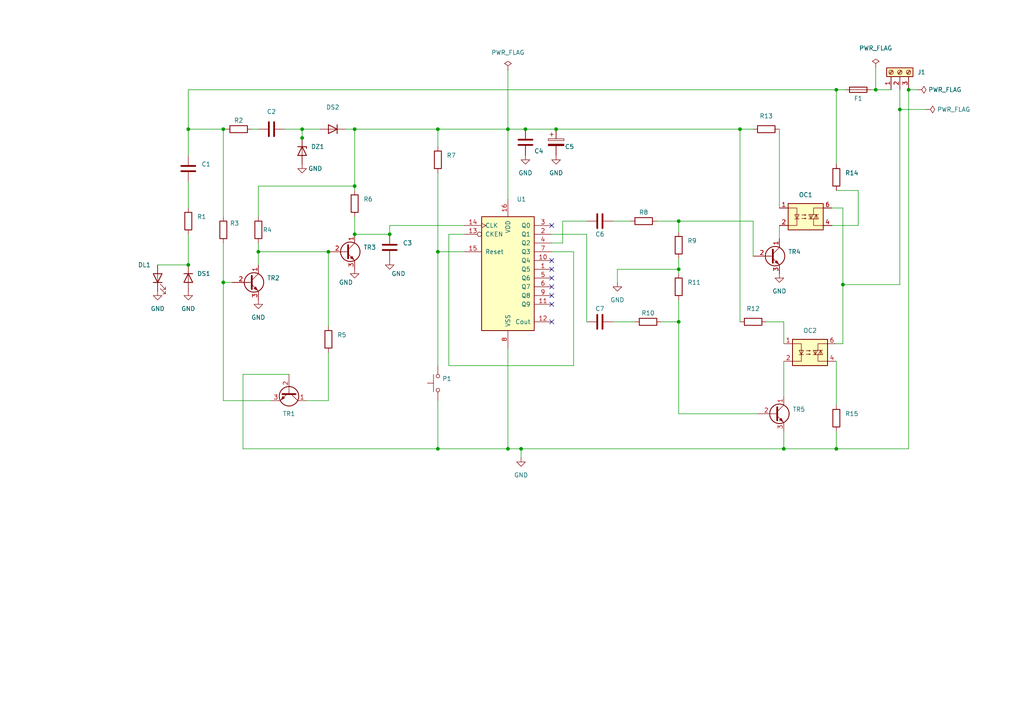
<source format=kicad_sch>
(kicad_sch (version 20211123) (generator eeschema)
  (paper "A4")
  (lib_symbols
    (symbol "4xxx:4017" (pin_names (offset 1.016))
      (property "Reference" "U" (at -7.62 16.51 0))
      (property "Value" "4017" (at -7.62 -19.05 0))
      (symbol "4017_1_0"
        (pin output line (at 12.7 0 180) (length 5.08) (name "Q5") (number "1"))
        (pin output line (at 12.7 2.54 180) (length 5.08) (name "Q4") (number "10"))
        (pin output line (at 12.7 -10.16 180) (length 5.08) (name "Q9") (number "11"))
        (pin output line (at 12.7 -15.24 180) (length 5.08) (name "Cout") (number "12"))
        (pin input inverted (at -12.7 10.16 0) (length 5.08) (name "CKEN") (number "13"))
        (pin input clock (at -12.7 12.7 0) (length 5.08) (name "CLK") (number "14"))
        (pin input line (at -12.7 5.08 0) (length 5.08) (name "Reset") (number "15"))
        (pin power_in line (at 0 20.32 270) (length 5.08) (name "VDD") (number "16"))
        (pin output line (at 12.7 10.16 180) (length 5.08) (name "Q1") (number "2"))
        (pin output line (at 12.7 12.7 180) (length 5.08) (name "Q0") (number "3"))
        (pin output line (at 12.7 7.62 180) (length 5.08) (name "Q2") (number "4"))
        (pin output line (at 12.7 -2.54 180) (length 5.08) (name "Q6") (number "5"))
        (pin output line (at 12.7 -5.08 180) (length 5.08) (name "Q7") (number "6"))
        (pin output line (at 12.7 5.08 180) (length 5.08) (name "Q3") (number "7"))
        (pin power_in line (at 0 -22.86 90) (length 5.08) (name "VSS") (number "8"))
        (pin output line (at 12.7 -7.62 180) (length 5.08) (name "Q8") (number "9"))
      )
      (symbol "4017_1_1"
        (rectangle (start -7.62 15.24) (end 7.62 -17.78) (stroke (width 0.254)) (fill (type background)))
      )
    )
    (symbol "Connector:Screw_Terminal_01x03" (pin_names (offset 1.016) hide)
      (property "Reference" "J" (at 0 5.08 0))
      (property "Value" "Screw_Terminal_01x03" (at 0 -5.08 0))
      (symbol "Screw_Terminal_01x03_1_1"
        (rectangle (start -1.27 3.81) (end 1.27 -3.81) (stroke (width 0.254)) (fill (type background)))
        (circle (center 0 -2.54) (radius 0.635) (stroke (width 0.1524)))
        (polyline (pts (xy -0.5334 -2.2098) (xy 0.3302 -3.048)) (stroke (width 0.1524)))
        (polyline (pts (xy -0.5334 0.3302) (xy 0.3302 -0.508)) (stroke (width 0.1524)))
        (polyline (pts (xy -0.5334 2.8702) (xy 0.3302 2.032)) (stroke (width 0.1524)))
        (polyline (pts (xy -0.3556 -2.032) (xy 0.508 -2.8702)) (stroke (width 0.1524)))
        (polyline (pts (xy -0.3556 0.508) (xy 0.508 -0.3302)) (stroke (width 0.1524)))
        (polyline (pts (xy -0.3556 3.048) (xy 0.508 2.2098)) (stroke (width 0.1524)))
        (circle (center 0 0) (radius 0.635) (stroke (width 0.1524)))
        (circle (center 0 2.54) (radius 0.635) (stroke (width 0.1524)))
        (pin passive line (at -5.08 2.54 0) (length 3.81) (name "Pin_1") (number "1"))
        (pin passive line (at -5.08 0 0) (length 3.81) (name "Pin_2") (number "2"))
        (pin passive line (at -5.08 -2.54 0) (length 3.81) (name "Pin_3") (number "3"))
      )
    )
    (symbol "Device:C" (pin_numbers hide) (pin_names (offset 0.254))
      (property "Reference" "C" (at 0.635 2.54 0))
      (property "Value" "C" (at 0.635 -2.54 0))
      (symbol "C_0_1"
        (polyline (pts (xy -2.032 -0.762) (xy 2.032 -0.762)) (stroke (width 0.508)))
        (polyline (pts (xy -2.032 0.762) (xy 2.032 0.762)) (stroke (width 0.508)))
      )
      (symbol "C_1_1"
        (pin passive line (at 0 3.81 270) (length 2.794) (name "~") (number "1"))
        (pin passive line (at 0 -3.81 90) (length 2.794) (name "~") (number "2"))
      )
    )
    (symbol "Device:C_Polarized" (pin_numbers hide) (pin_names (offset 0.254))
      (property "Reference" "C" (at 0.635 2.54 0))
      (property "Value" "C_Polarized" (at 0.635 -2.54 0))
      (symbol "C_Polarized_0_1"
        (rectangle (start -2.286 0.508) (end 2.286 1.016))
        (polyline (pts (xy -1.778 2.286) (xy -0.762 2.286)))
        (polyline (pts (xy -1.27 2.794) (xy -1.27 1.778)))
        (rectangle (start 2.286 -0.508) (end -2.286 -1.016) (fill (type outline)))
      )
      (symbol "C_Polarized_1_1"
        (pin passive line (at 0 3.81 270) (length 2.794) (name "~") (number "1"))
        (pin passive line (at 0 -3.81 90) (length 2.794) (name "~") (number "2"))
      )
    )
    (symbol "Device:D_Zener" (pin_numbers hide) (pin_names (offset 1.016) hide)
      (property "Reference" "D" (at 0 2.54 0))
      (property "Value" "D_Zener" (at 0 -2.54 0))
      (symbol "D_Zener_0_1"
        (polyline (pts (xy 1.27 0) (xy -1.27 0)))
        (polyline (pts (xy -1.27 -1.27) (xy -1.27 1.27) (xy -0.762 1.27)) (stroke (width 0.254)))
        (polyline (pts (xy 1.27 -1.27) (xy 1.27 1.27) (xy -1.27 0) (xy 1.27 -1.27)) (stroke (width 0.254)))
      )
      (symbol "D_Zener_1_1"
        (pin passive line (at -3.81 0 0) (length 2.54) (name "K") (number "1"))
        (pin passive line (at 3.81 0 180) (length 2.54) (name "A") (number "2"))
      )
    )
    (symbol "Device:Fuse" (pin_numbers hide) (pin_names (offset 0))
      (property "Reference" "F" (at 2.032 0 90))
      (property "Value" "Fuse" (at -1.905 0 90))
      (symbol "Fuse_0_1"
        (rectangle (start -0.762 -2.54) (end 0.762 2.54) (stroke (width 0.254)))
        (polyline (pts (xy 0 2.54) (xy 0 -2.54)))
      )
      (symbol "Fuse_1_1"
        (pin passive line (at 0 3.81 270) (length 1.27) (name "~") (number "1"))
        (pin passive line (at 0 -3.81 90) (length 1.27) (name "~") (number "2"))
      )
    )
    (symbol "Device:LED" (pin_numbers hide) (pin_names (offset 1.016) hide)
      (property "Reference" "D" (at 0 2.54 0))
      (property "Value" "LED" (at 0 -2.54 0))
      (symbol "LED_0_1"
        (polyline (pts (xy -1.27 -1.27) (xy -1.27 1.27)) (stroke (width 0.254)))
        (polyline (pts (xy -1.27 0) (xy 1.27 0)))
        (polyline (pts (xy 1.27 -1.27) (xy 1.27 1.27) (xy -1.27 0) (xy 1.27 -1.27)) (stroke (width 0.254)))
        (polyline (pts (xy -3.048 -0.762) (xy -4.572 -2.286) (xy -3.81 -2.286) (xy -4.572 -2.286) (xy -4.572 -1.524)))
        (polyline (pts (xy -1.778 -0.762) (xy -3.302 -2.286) (xy -2.54 -2.286) (xy -3.302 -2.286) (xy -3.302 -1.524)))
      )
      (symbol "LED_1_1"
        (pin passive line (at -3.81 0 0) (length 2.54) (name "K") (number "1"))
        (pin passive line (at 3.81 0 180) (length 2.54) (name "A") (number "2"))
      )
    )
    (symbol "Device:R" (pin_numbers hide) (pin_names (offset 0))
      (property "Reference" "R" (at 2.032 0 90))
      (property "Value" "R" (at 0 0 90))
      (symbol "R_0_1"
        (rectangle (start -1.016 -2.54) (end 1.016 2.54) (stroke (width 0.254)))
      )
      (symbol "R_1_1"
        (pin passive line (at 0 3.81 270) (length 1.27) (name "~") (number "1"))
        (pin passive line (at 0 -3.81 90) (length 1.27) (name "~") (number "2"))
      )
    )
    (symbol "Diode:1N4007" (pin_numbers hide) (pin_names (offset 1.016) hide)
      (property "Reference" "D" (at 0 2.54 0))
      (property "Value" "1N4007" (at 0 -2.54 0))
      (symbol "1N4007_0_1"
        (polyline (pts (xy -1.27 1.27) (xy -1.27 -1.27)) (stroke (width 0.254)))
        (polyline (pts (xy 1.27 0) (xy -1.27 0)))
        (polyline (pts (xy 1.27 1.27) (xy 1.27 -1.27) (xy -1.27 0) (xy 1.27 1.27)) (stroke (width 0.254)))
      )
      (symbol "1N4007_1_1"
        (pin passive line (at -3.81 0 0) (length 2.54) (name "K") (number "1"))
        (pin passive line (at 3.81 0 180) (length 2.54) (name "A") (number "2"))
      )
    )
    (symbol "Relay_SolidState:MOC3020M"
      (property "Reference" "U" (at -5.334 4.826 0))
      (property "Value" "MOC3020M" (at 0 5.08 0))
      (symbol "MOC3020M_0_1"
        (rectangle (start -5.08 3.81) (end 5.08 -3.81) (stroke (width 0.254)) (fill (type background)))
        (polyline (pts (xy -3.175 -0.635) (xy -1.905 -0.635)))
        (polyline (pts (xy 1.524 -0.635) (xy 1.524 0.635)))
        (polyline (pts (xy 3.048 0.635) (xy 3.048 -0.635)))
        (polyline (pts (xy 2.286 -0.635) (xy 2.286 -2.54) (xy 5.08 -2.54)))
        (polyline (pts (xy 2.286 0.635) (xy 2.286 2.54) (xy 5.08 2.54)))
        (polyline (pts (xy -5.08 2.54) (xy -2.54 2.54) (xy -2.54 -2.54) (xy -5.08 -2.54)))
        (polyline (pts (xy -2.54 -0.635) (xy -3.175 0.635) (xy -1.905 0.635) (xy -2.54 -0.635)))
        (polyline (pts (xy 0.889 -0.635) (xy 3.683 -0.635) (xy 3.048 0.635) (xy 2.413 -0.635)))
        (polyline (pts (xy 3.683 0.635) (xy 0.889 0.635) (xy 1.524 -0.635) (xy 2.159 0.635)))
        (polyline (pts (xy -1.143 -0.508) (xy 0.127 -0.508) (xy -0.254 -0.635) (xy -0.254 -0.381) (xy 0.127 -0.508)))
        (polyline (pts (xy -1.143 0.508) (xy 0.127 0.508) (xy -0.254 0.381) (xy -0.254 0.635) (xy 0.127 0.508)))
      )
      (symbol "MOC3020M_1_1"
        (pin passive line (at -7.62 2.54 0) (length 2.54) (name "~") (number "1"))
        (pin passive line (at -7.62 -2.54 0) (length 2.54) (name "~") (number "2"))
        (pin no_connect line (at -5.08 0 0) (length 2.54) hide (name "NC") (number "3"))
        (pin passive line (at 7.62 -2.54 180) (length 2.54) (name "~") (number "4"))
        (pin no_connect line (at 5.08 0 180) (length 2.54) hide (name "NC") (number "5"))
        (pin passive line (at 7.62 2.54 180) (length 2.54) (name "~") (number "6"))
      )
    )
    (symbol "Switch:SW_Push" (pin_numbers hide) (pin_names (offset 1.016) hide)
      (property "Reference" "SW" (at 1.27 2.54 0))
      (property "Value" "SW_Push" (at 0 -1.524 0))
      (symbol "SW_Push_0_1"
        (circle (center -2.032 0) (radius 0.508))
        (polyline (pts (xy 0 1.27) (xy 0 3.048)))
        (polyline (pts (xy 2.54 1.27) (xy -2.54 1.27)))
        (circle (center 2.032 0) (radius 0.508))
        (pin passive line (at -5.08 0 0) (length 2.54) (name "1") (number "1"))
        (pin passive line (at 5.08 0 180) (length 2.54) (name "2") (number "2"))
      )
    )
    (symbol "Transistor_BJT:BC547" (pin_names (offset 0) hide)
      (property "Reference" "Q" (at 5.08 1.905 0))
      (property "Value" "BC547" (at 5.08 0 0))
      (symbol "BC547_0_1"
        (polyline (pts (xy 0 0) (xy 0.635 0)))
        (polyline (pts (xy 0.635 0.635) (xy 2.54 2.54)))
        (polyline (pts (xy 0.635 -0.635) (xy 2.54 -2.54) (xy 2.54 -2.54)))
        (polyline (pts (xy 0.635 1.905) (xy 0.635 -1.905) (xy 0.635 -1.905)) (stroke (width 0.508)))
        (polyline (pts (xy 1.27 -1.778) (xy 1.778 -1.27) (xy 2.286 -2.286) (xy 1.27 -1.778) (xy 1.27 -1.778)) (fill (type outline)))
        (circle (center 1.27 0) (radius 2.8194) (stroke (width 0.254)))
      )
      (symbol "BC547_1_1"
        (pin passive line (at 2.54 5.08 270) (length 2.54) (name "C") (number "1"))
        (pin input line (at -5.08 0 0) (length 5.08) (name "B") (number "2"))
        (pin passive line (at 2.54 -5.08 90) (length 2.54) (name "E") (number "3"))
      )
    )
    (symbol "power:GND" (power) (pin_names (offset 0))
      (property "Value" "GND" (at 0 -3.81 0))
      (symbol "GND_0_1"
        (polyline (pts (xy 0 0) (xy 0 -1.27) (xy 1.27 -1.27) (xy 0 -2.54) (xy -1.27 -1.27) (xy 0 -1.27)))
      )
      (symbol "GND_1_1"
        (pin power_in line (at 0 0 270) (length 0) hide (name "GND") (number "1"))
      )
    )
    (symbol "power:PWR_FLAG" (power) (pin_numbers hide) (pin_names (offset 0) hide)
      (property "Value" "PWR_FLAG" (at 0 3.81 0))
      (symbol "PWR_FLAG_0_0"
        (pin power_out line (at 0 0 90) (length 0) (name "pwr") (number "1"))
      )
      (symbol "PWR_FLAG_0_1"
        (polyline (pts (xy 0 0) (xy 0 1.27) (xy -1.016 1.905) (xy 0 2.54) (xy 1.016 1.905) (xy 0 1.27)))
      )
    )
  )
  (junction (at 161.29 37.465))
  (junction (at 102.87 53.975))
  (junction (at 127 73.025))
  (junction (at 64.77 37.465))
  (junction (at 214.63 37.465))
  (junction (at 227.33 130.175))
  (junction (at 87.63 40.005))
  (junction (at 127 130.175))
  (junction (at 242.57 130.175))
  (junction (at 54.61 37.465))
  (junction (at 74.93 73.025))
  (junction (at 113.03 67.945))
  (junction (at 54.61 76.835))
  (junction (at 242.57 26.035))
  (junction (at 64.77 81.915))
  (junction (at 196.85 64.135))
  (junction (at 102.87 37.465))
  (junction (at 147.32 37.465))
  (junction (at 196.85 78.105))
  (junction (at 147.32 130.175))
  (junction (at 260.985 31.75))
  (junction (at 196.85 93.345))
  (junction (at 244.475 82.55))
  (junction (at 127 37.465))
  (junction (at 102.87 67.945))
  (junction (at 151.13 130.175))
  (junction (at 95.25 73.025))
  (junction (at 87.63 37.465))
  (junction (at 263.525 26.035))
  (junction (at 152.4 37.465))
  (junction (at 254 26.035))
  (no_connect (at 160.02 80.645))
  (no_connect (at 160.02 65.405))
  (no_connect (at 160.02 93.345))
  (no_connect (at 160.02 83.185))
  (no_connect (at 160.02 78.105))
  (no_connect (at 160.02 88.265))
  (no_connect (at 160.02 85.725))
  (no_connect (at 160.02 75.565))
  (wire (pts (xy 45.72 76.835) (xy 54.61 76.835)))
  (wire (pts (xy 82.55 37.465) (xy 87.63 37.465)))
  (wire (pts (xy 227.33 130.175) (xy 151.13 130.175)))
  (wire (pts (xy 177.8 64.135) (xy 182.88 64.135)))
  (wire (pts (xy 248.92 55.245) (xy 248.92 65.405)))
  (wire (pts (xy 160.02 70.485) (xy 163.195 70.485)))
  (wire (pts (xy 130.175 106.045) (xy 130.175 67.945)))
  (wire (pts (xy 87.63 40.005) (xy 87.63 40.132)))
  (wire (pts (xy 254 26.035) (xy 258.445 26.035)))
  (wire (pts (xy 70.485 108.585) (xy 83.82 108.585)))
  (wire (pts (xy 160.02 73.025) (xy 166.37 73.025)))
  (wire (pts (xy 102.87 53.975) (xy 102.87 37.465)))
  (wire (pts (xy 54.61 37.465) (xy 64.77 37.465)))
  (wire (pts (xy 74.93 73.025) (xy 95.25 73.025)))
  (wire (pts (xy 147.32 130.175) (xy 127 130.175)))
  (wire (pts (xy 74.93 73.025) (xy 74.93 76.835)))
  (wire (pts (xy 166.37 106.045) (xy 130.175 106.045)))
  (wire (pts (xy 160.02 67.945) (xy 170.18 67.945)))
  (wire (pts (xy 260.985 26.035) (xy 260.985 31.75)))
  (wire (pts (xy 227.33 125.095) (xy 227.33 130.175)))
  (wire (pts (xy 134.62 73.025) (xy 127 73.025)))
  (wire (pts (xy 218.44 64.135) (xy 196.85 64.135)))
  (wire (pts (xy 227.33 93.345) (xy 227.33 99.695)))
  (wire (pts (xy 64.77 116.205) (xy 64.77 81.915)))
  (wire (pts (xy 88.9 116.205) (xy 95.25 116.205)))
  (wire (pts (xy 242.57 104.775) (xy 242.57 117.475)))
  (wire (pts (xy 196.85 78.105) (xy 196.85 79.375)))
  (wire (pts (xy 263.525 26.035) (xy 263.525 130.175)))
  (wire (pts (xy 95.25 94.615) (xy 95.25 73.025)))
  (wire (pts (xy 242.57 26.035) (xy 245.11 26.035)))
  (wire (pts (xy 54.61 26.035) (xy 54.61 37.465)))
  (wire (pts (xy 113.03 65.405) (xy 113.03 67.945)))
  (wire (pts (xy 152.4 37.465) (xy 161.29 37.465)))
  (wire (pts (xy 54.61 45.085) (xy 54.61 37.465)))
  (wire (pts (xy 127 50.165) (xy 127 73.025)))
  (wire (pts (xy 87.63 37.465) (xy 87.63 40.005)))
  (wire (pts (xy 64.77 37.465) (xy 64.77 62.865)))
  (wire (pts (xy 74.93 53.975) (xy 102.87 53.975)))
  (wire (pts (xy 260.985 82.55) (xy 244.475 82.55)))
  (wire (pts (xy 244.475 82.55) (xy 244.475 99.695)))
  (wire (pts (xy 219.71 120.015) (xy 196.85 120.015)))
  (wire (pts (xy 127 73.025) (xy 127 106.045)))
  (wire (pts (xy 163.195 70.485) (xy 163.195 64.135)))
  (wire (pts (xy 147.32 20.32) (xy 147.32 37.465)))
  (wire (pts (xy 64.77 37.465) (xy 65.405 37.465)))
  (wire (pts (xy 241.3 60.325) (xy 244.475 60.325)))
  (wire (pts (xy 242.57 47.625) (xy 242.57 26.035)))
  (wire (pts (xy 252.73 26.035) (xy 254 26.035)))
  (wire (pts (xy 151.13 130.175) (xy 147.32 130.175)))
  (wire (pts (xy 268.605 31.75) (xy 260.985 31.75)))
  (wire (pts (xy 64.77 70.485) (xy 64.77 81.915)))
  (wire (pts (xy 196.85 64.135) (xy 196.85 67.31)))
  (wire (pts (xy 95.25 116.205) (xy 95.25 102.235)))
  (wire (pts (xy 218.44 37.465) (xy 214.63 37.465)))
  (wire (pts (xy 134.62 65.405) (xy 113.03 65.405)))
  (wire (pts (xy 70.485 130.175) (xy 70.485 108.585)))
  (wire (pts (xy 242.57 55.245) (xy 248.92 55.245)))
  (wire (pts (xy 214.63 93.345) (xy 214.63 37.465)))
  (wire (pts (xy 177.8 93.345) (xy 184.15 93.345)))
  (wire (pts (xy 263.525 130.175) (xy 242.57 130.175)))
  (wire (pts (xy 190.5 64.135) (xy 196.85 64.135)))
  (wire (pts (xy 127 42.545) (xy 127 37.465)))
  (wire (pts (xy 179.07 78.105) (xy 196.85 78.105)))
  (wire (pts (xy 127 37.465) (xy 102.87 37.465)))
  (wire (pts (xy 222.25 93.345) (xy 227.33 93.345)))
  (wire (pts (xy 113.03 67.945) (xy 102.87 67.945)))
  (wire (pts (xy 191.77 93.345) (xy 196.85 93.345)))
  (wire (pts (xy 218.44 74.295) (xy 218.44 64.135)))
  (wire (pts (xy 147.32 37.465) (xy 147.32 57.785)))
  (wire (pts (xy 87.63 37.465) (xy 92.71 37.465)))
  (wire (pts (xy 170.18 67.945) (xy 170.18 93.345)))
  (wire (pts (xy 166.37 73.025) (xy 166.37 106.045)))
  (wire (pts (xy 227.33 104.775) (xy 227.33 114.935)))
  (wire (pts (xy 127 130.175) (xy 70.485 130.175)))
  (wire (pts (xy 78.74 116.205) (xy 64.77 116.205)))
  (wire (pts (xy 73.025 37.465) (xy 74.93 37.465)))
  (wire (pts (xy 102.87 55.245) (xy 102.87 53.975)))
  (wire (pts (xy 179.07 81.915) (xy 179.07 78.105)))
  (wire (pts (xy 74.93 70.485) (xy 74.93 73.025)))
  (wire (pts (xy 226.06 65.405) (xy 226.06 69.215)))
  (wire (pts (xy 64.77 81.915) (xy 67.31 81.915)))
  (wire (pts (xy 254 19.685) (xy 254 26.035)))
  (wire (pts (xy 248.92 65.405) (xy 241.3 65.405)))
  (wire (pts (xy 266.065 26.035) (xy 263.525 26.035)))
  (wire (pts (xy 127 116.205) (xy 127 130.175)))
  (wire (pts (xy 242.57 125.095) (xy 242.57 130.175)))
  (wire (pts (xy 130.175 67.945) (xy 134.62 67.945)))
  (wire (pts (xy 102.87 37.465) (xy 100.33 37.465)))
  (wire (pts (xy 54.61 52.705) (xy 54.61 60.325)))
  (wire (pts (xy 244.475 99.695) (xy 242.57 99.695)))
  (wire (pts (xy 244.475 60.325) (xy 244.475 82.55)))
  (wire (pts (xy 260.985 31.75) (xy 260.985 82.55)))
  (wire (pts (xy 163.195 64.135) (xy 170.18 64.135)))
  (wire (pts (xy 102.87 62.865) (xy 102.87 67.945)))
  (wire (pts (xy 242.57 26.035) (xy 54.61 26.035)))
  (wire (pts (xy 196.85 120.015) (xy 196.85 93.345)))
  (wire (pts (xy 74.93 62.865) (xy 74.93 53.975)))
  (wire (pts (xy 214.63 37.465) (xy 161.29 37.465)))
  (wire (pts (xy 196.85 74.93) (xy 196.85 78.105)))
  (wire (pts (xy 196.85 93.345) (xy 196.85 86.995)))
  (wire (pts (xy 226.06 37.465) (xy 226.06 60.325)))
  (wire (pts (xy 54.61 67.945) (xy 54.61 76.835)))
  (wire (pts (xy 127 37.465) (xy 147.32 37.465)))
  (wire (pts (xy 147.32 37.465) (xy 152.4 37.465)))
  (wire (pts (xy 151.13 132.715) (xy 151.13 130.175)))
  (wire (pts (xy 242.57 130.175) (xy 227.33 130.175)))
  (wire (pts (xy 147.32 100.965) (xy 147.32 130.175)))
  (symbol (lib_id "power:PWR_FLAG") (at 268.605 31.75 270) (unit 1)
    (property "Reference" "#FLG0103" (effects hide))
    (property "Value" "PWR_FLAG" (at 271.78 31.7499 90) (effects (justify left)))
  )
  (symbol (lib_id "Device:R") (at 95.25 98.425 0) (unit 1)
    (property "Reference" "R5" (at 97.79 97.1549 0) (effects (justify left)))
    (property "Value" "47000" (effects hide))
    (property "Footprint" "Resistor_THT:R_Axial_DIN0204_L3.6mm_D1.6mm_P7.62mm_Horizontal" (effects hide))
  )
  (symbol (lib_id "Device:R") (at 74.93 66.675 0) (unit 1)
    (property "Reference" "R4" (at 76.2 66.675 0) (effects (justify left)))
    (property "Value" "47000" (effects hide))
    (property "Footprint" "Resistor_THT:R_Axial_DIN0204_L3.6mm_D1.6mm_P7.62mm_Horizontal" (effects hide))
  )
  (symbol (lib_id "Relay_SolidState:MOC3020M") (at 234.95 102.235 0) (unit 1)
    (property "Reference" "OC2" (at 234.95 95.885 0))
    (property "Value" "MOC3020M" (effects hide))
    (property "Footprint" "Package_DIP:DIP-6_W7.62mm_Socket" (effects hide))
    (property "Datasheet" "https://www.onsemi.com/pub/Collateral/MOC3023M-D.PDF" (effects hide))
  )
  (symbol (lib_id "Transistor_BJT:BC547") (at 72.39 81.915 0) (unit 1)
    (property "Reference" "TR2" (at 77.47 80.6449 0) (effects (justify left)))
    (property "Value" "BC547" (effects hide))
    (property "Footprint" "Package_TO_SOT_THT:TO-92_Inline" (effects hide))
    (property "Datasheet" "https://www.onsemi.com/pub/Collateral/BC550-D.pdf" (effects hide))
  )
  (symbol (lib_id "power:GND") (at 161.29 45.085 0) (unit 1)
    (property "Reference" "#PWR0106" (effects hide))
    (property "Value" "GND" (at 161.29 50.165 0))
  )
  (symbol (lib_id "Switch:SW_Push") (at 127 111.125 90) (unit 1)
    (property "Reference" "P1" (at 128.27 109.8549 90) (effects (justify right)))
    (property "Value" "SW_Push" (effects hide))
    (property "Footprint" "Button_Switch_SMD:SW_MEC_5GSH9" (effects hide))
  )
  (symbol (lib_id "Device:C") (at 173.99 64.135 90) (unit 1)
    (property "Reference" "C6" (at 173.99 67.945 90))
    (property "Value" "470000 pF" (effects hide))
    (property "Footprint" "Capacitor_THT:C_Rect_L10.0mm_W2.5mm_P7.50mm_MKS4" (effects hide))
  )
  (symbol (lib_id "Device:R") (at 186.69 64.135 90) (unit 1)
    (property "Reference" "R8" (at 186.69 61.595 90))
    (property "Value" "10000" (effects hide))
    (property "Footprint" "Resistor_THT:R_Axial_DIN0204_L3.6mm_D1.6mm_P7.62mm_Horizontal" (effects hide))
  )
  (symbol (lib_id "4xxx:4017") (at 147.32 78.105 0) (unit 1)
    (property "Reference" "U1" (at 149.86 57.785 0) (effects (justify left)))
    (property "Value" "4017" (effects hide))
    (property "Footprint" "Package_DIP:DIP-16_W7.62mm_Socket" (effects hide))
    (property "Datasheet" "http://www.intersil.com/content/dam/Intersil/documents/cd40/cd4017bms-22bms.pdf" (effects hide))
  )
  (symbol (lib_id "Diode:1N4007") (at 54.61 80.645 270) (unit 1)
    (property "Reference" "DS1" (at 57.15 79.375 90) (effects (justify left)))
    (property "Value" "1N4007" (effects hide))
    (property "Footprint" "Diode_THT:D_DO-41_SOD81_P10.16mm_Horizontal" (effects hide))
    (property "Datasheet" "http://www.vishay.com/docs/88503/1n4001.pdf" (effects hide))
  )
  (symbol (lib_id "Transistor_BJT:BC547") (at 224.79 120.015 0) (unit 1)
    (property "Reference" "TR5" (at 229.87 118.7449 0) (effects (justify left)))
    (property "Value" "BC547" (effects hide))
    (property "Footprint" "Package_TO_SOT_THT:TO-92_Inline" (effects hide))
    (property "Datasheet" "https://www.onsemi.com/pub/Collateral/BC550-D.pdf" (effects hide))
  )
  (symbol (lib_id "power:GND") (at 87.63 47.625 0) (unit 1)
    (property "Reference" "#PWR0108" (effects hide))
    (property "Value" "GND" (at 91.44 48.895 0))
  )
  (symbol (lib_id "Transistor_BJT:BC547") (at 223.52 74.295 0) (unit 1)
    (property "Reference" "TR4" (at 228.6 73.0249 0) (effects (justify left)))
    (property "Value" "BC547" (effects hide))
    (property "Footprint" "Package_TO_SOT_THT:TO-92_Inline" (effects hide))
    (property "Datasheet" "https://www.onsemi.com/pub/Collateral/BC550-D.pdf" (effects hide))
  )
  (symbol (lib_id "Device:R") (at 102.87 59.055 0) (unit 1)
    (property "Reference" "R6" (at 105.41 57.7849 0) (effects (justify left)))
    (property "Value" "10000" (effects hide))
    (property "Footprint" "Resistor_THT:R_Axial_DIN0204_L3.6mm_D1.6mm_P7.62mm_Horizontal" (effects hide))
  )
  (symbol (lib_id "Device:R") (at 127 46.355 0) (unit 1)
    (property "Reference" "R7" (at 129.54 45.0849 0) (effects (justify left)))
    (property "Value" "10000" (effects hide))
    (property "Footprint" "Resistor_THT:R_Axial_DIN0204_L3.6mm_D1.6mm_P7.62mm_Horizontal" (effects hide))
  )
  (symbol (lib_id "Connector:Screw_Terminal_01x03") (at 260.985 20.955 90) (unit 1)
    (property "Reference" "J1" (at 266.065 20.9549 90) (effects (justify right)))
    (property "Value" "Screw_Terminal_01x03" (effects hide))
    (property "Footprint" "TerminalBlock_Phoenix:TerminalBlock_Phoenix_MKDS-1,5-3_1x03_P5.00mm_Horizontal" (effects hide))
  )
  (symbol (lib_id "Device:R") (at 64.77 66.675 0) (unit 1)
    (property "Reference" "R3" (at 66.675 64.77 0) (effects (justify left)))
    (property "Value" "220000" (effects hide))
    (property "Footprint" "Resistor_THT:R_Axial_DIN0204_L3.6mm_D1.6mm_P7.62mm_Horizontal" (effects hide))
  )
  (symbol (lib_id "power:GND") (at 54.61 84.455 0) (unit 1)
    (property "Reference" "#PWR0110" (effects hide))
    (property "Value" "GND" (at 54.61 89.535 0))
  )
  (symbol (lib_id "Device:Fuse") (at 248.92 26.035 90) (unit 1)
    (property "Reference" "F1" (at 248.92 28.575 90))
    (property "Value" "Fuse" (effects hide))
    (property "Footprint" "Fuse:Fuseholder_Cylinder-5x20mm_Wuerth_696103101002-SMD_Horizontal_Open" (effects hide))
  )
  (symbol (lib_id "power:GND") (at 113.03 75.565 0) (unit 1)
    (property "Reference" "#PWR0104" (effects hide))
    (property "Value" "GND" (at 115.57 79.375 0))
  )
  (symbol (lib_id "Transistor_BJT:BC547") (at 83.82 113.665 270) (unit 1)
    (property "Reference" "TR1" (at 83.82 120.015 90))
    (property "Value" "BC547" (effects hide))
    (property "Footprint" "Package_TO_SOT_THT:TO-92_Inline" (effects hide))
    (property "Datasheet" "https://www.onsemi.com/pub/Collateral/BC550-D.pdf" (effects hide))
  )
  (symbol (lib_id "power:PWR_FLAG") (at 266.065 26.035 270) (unit 1)
    (property "Reference" "#FLG0101" (effects hide))
    (property "Value" "PWR_FLAG" (at 269.24 26.0349 90) (effects (justify left)))
  )
  (symbol (lib_id "power:PWR_FLAG") (at 147.32 20.32 0) (unit 1)
    (property "Reference" "#FLG0104" (effects hide))
    (property "Value" "PWR_FLAG" (at 147.32 15.24 0))
  )
  (symbol (lib_id "power:GND") (at 45.72 84.455 0) (unit 1)
    (property "Reference" "#PWR0109" (effects hide))
    (property "Value" "GND" (at 45.72 89.535 0))
  )
  (symbol (lib_id "Device:R") (at 242.57 121.285 0) (unit 1)
    (property "Reference" "R15" (at 245.11 120.0149 0) (effects (justify left)))
    (property "Value" "6800" (effects hide))
    (property "Footprint" "Resistor_THT:R_Radial_Power_L13.0mm_W9.0mm_P5.00mm" (effects hide))
  )
  (symbol (lib_id "Diode:1N4007") (at 96.52 37.465 180) (unit 1)
    (property "Reference" "DS2" (at 96.52 31.115 0))
    (property "Value" "1N4007" (effects hide))
    (property "Footprint" "Diode_THT:D_DO-41_SOD81_P10.16mm_Horizontal" (effects hide))
    (property "Datasheet" "http://www.vishay.com/docs/88503/1n4001.pdf" (effects hide))
  )
  (symbol (lib_id "Device:C_Polarized") (at 161.29 41.275 0) (unit 1)
    (property "Reference" "C5" (at 163.83 42.545 0) (effects (justify left)))
    (property "Value" "220 mF" (effects hide))
    (property "Footprint" "Capacitor_THT:CP_Radial_D10.0mm_P2.50mm" (effects hide))
  )
  (symbol (lib_id "Device:R") (at 242.57 51.435 0) (unit 1)
    (property "Reference" "R14" (at 245.11 50.1649 0) (effects (justify left)))
    (property "Value" "6800" (effects hide))
    (property "Footprint" "Resistor_THT:R_Radial_Power_L13.0mm_W9.0mm_P5.00mm" (effects hide))
  )
  (symbol (lib_id "power:GND") (at 152.4 45.085 0) (unit 1)
    (property "Reference" "#PWR0105" (effects hide))
    (property "Value" "GND" (at 152.4 50.165 0))
  )
  (symbol (lib_id "Device:C") (at 173.99 93.345 90) (unit 1)
    (property "Reference" "C7" (at 173.99 89.535 90))
    (property "Value" "470000 pF" (effects hide))
    (property "Footprint" "Capacitor_THT:C_Rect_L10.0mm_W2.5mm_P7.50mm_MKS4" (effects hide))
  )
  (symbol (lib_id "Device:R") (at 222.25 37.465 90) (unit 1)
    (property "Reference" "R13" (at 222.25 33.655 90))
    (property "Value" "1000" (effects hide))
    (property "Footprint" "Resistor_THT:R_Axial_DIN0204_L3.6mm_D1.6mm_P7.62mm_Horizontal" (effects hide))
  )
  (symbol (lib_id "Device:C") (at 113.03 71.755 0) (unit 1)
    (property "Reference" "C3" (at 116.84 70.4849 0) (effects (justify left)))
    (property "Value" "470 pF" (effects hide))
    (property "Footprint" "Capacitor_THT:C_Disc_D3.4mm_W2.1mm_P2.50mm" (effects hide))
  )
  (symbol (lib_id "Device:LED") (at 45.72 80.645 90) (unit 1)
    (property "Reference" "DL1" (at 40.005 76.835 90) (effects (justify right)))
    (property "Value" "LED" (effects hide))
    (property "Footprint" "LED_THT:LED_D3.0mm_FlatTop" (effects hide))
  )
  (symbol (lib_id "power:PWR_FLAG") (at 254 19.685 0) (unit 1)
    (property "Reference" "#FLG0102" (effects hide))
    (property "Value" "PWR_FLAG" (at 254 13.97 0))
  )
  (symbol (lib_id "Device:D_Zener") (at 87.63 43.815 270) (unit 1)
    (property "Reference" "DZ1" (at 90.17 42.5449 90) (effects (justify left)))
    (property "Value" "12 V" (effects hide))
    (property "Footprint" "Diode_THT:D_5KP_P10.16mm_Horizontal" (effects hide))
  )
  (symbol (lib_id "Device:R") (at 196.85 83.185 0) (unit 1)
    (property "Reference" "R11" (at 199.39 81.9149 0) (effects (justify left)))
    (property "Value" "22000" (effects hide))
    (property "Footprint" "Resistor_THT:R_Axial_DIN0204_L3.6mm_D1.6mm_P7.62mm_Horizontal" (effects hide))
  )
  (symbol (lib_id "Device:R") (at 69.215 37.465 90) (unit 1)
    (property "Reference" "R2" (at 69.215 34.925 90))
    (property "Value" "100" (effects hide))
    (property "Footprint" "Resistor_THT:R_Radial_Power_L13.0mm_W9.0mm_P5.00mm" (effects hide))
  )
  (symbol (lib_id "Device:C") (at 78.74 37.465 270) (unit 1)
    (property "Reference" "C2" (at 78.74 32.385 90))
    (property "Value" "330000 pF" (effects hide))
    (property "Footprint" "Capacitor_THT:C_Rect_L29.0mm_W7.6mm_P27.50mm_MKT" (effects hide))
  )
  (symbol (lib_id "Device:R") (at 196.85 71.12 0) (unit 1)
    (property "Reference" "R9" (at 199.39 69.8499 0) (effects (justify left)))
    (property "Value" "22000" (effects hide))
    (property "Footprint" "Resistor_THT:R_Axial_DIN0204_L3.6mm_D1.6mm_P7.62mm_Horizontal" (effects hide))
  )
  (symbol (lib_id "power:GND") (at 151.13 132.715 0) (unit 1)
    (property "Reference" "#PWR0107" (effects hide))
    (property "Value" "GND" (at 151.13 137.795 0))
  )
  (symbol (lib_id "Device:R") (at 54.61 64.135 0) (unit 1)
    (property "Reference" "R1" (at 57.15 62.865 0) (effects (justify left)))
    (property "Value" "100" (effects hide))
    (property "Footprint" "Resistor_THT:R_Radial_Power_L13.0mm_W9.0mm_P5.00mm" (effects hide))
  )
  (symbol (lib_id "Device:R") (at 187.96 93.345 90) (unit 1)
    (property "Reference" "R10" (at 187.96 90.805 90))
    (property "Value" "10000" (effects hide))
    (property "Footprint" "Resistor_THT:R_Axial_DIN0204_L3.6mm_D1.6mm_P7.62mm_Horizontal" (effects hide))
  )
  (symbol (lib_id "power:GND") (at 226.06 79.375 0) (unit 1)
    (property "Reference" "#PWR0101" (effects hide))
    (property "Value" "GND" (at 226.06 84.455 0))
  )
  (symbol (lib_id "power:GND") (at 102.87 78.105 0) (unit 1)
    (property "Reference" "#PWR0103" (effects hide))
    (property "Value" "GND" (at 100.33 81.915 0))
  )
  (symbol (lib_id "Device:R") (at 218.44 93.345 90) (unit 1)
    (property "Reference" "R12" (at 218.44 89.535 90))
    (property "Value" "1000" (effects hide))
    (property "Footprint" "Resistor_THT:R_Axial_DIN0204_L3.6mm_D1.6mm_P7.62mm_Horizontal" (effects hide))
  )
  (symbol (lib_id "Relay_SolidState:MOC3020M") (at 233.68 62.865 0) (unit 1)
    (property "Reference" "OC1" (at 233.68 56.515 0))
    (property "Value" "MOC3020M" (effects hide))
    (property "Footprint" "Package_DIP:DIP-6_W7.62mm_Socket" (effects hide))
    (property "Datasheet" "https://www.onsemi.com/pub/Collateral/MOC3023M-D.PDF" (effects hide))
  )
  (symbol (lib_id "Device:C") (at 152.4 41.275 0) (unit 1)
    (property "Reference" "C4" (at 154.94 43.815 0) (effects (justify left)))
    (property "Value" "100000 pF" (effects hide))
    (property "Footprint" "Capacitor_THT:C_Rect_L10.0mm_W2.5mm_P7.50mm_MKS4" (effects hide))
  )
  (symbol (lib_id "power:GND") (at 179.07 81.915 0) (unit 1)
    (property "Reference" "#PWR0102" (effects hide))
    (property "Value" "~" (at 179.07 86.995 0))
  )
  (symbol (lib_id "power:GND") (at 74.93 86.995 0) (unit 1)
    (property "Reference" "#PWR0111" (effects hide))
    (property "Value" "GND" (at 74.93 92.075 0))
  )
  (symbol (lib_id "Device:C") (at 54.61 48.895 0) (unit 1)
    (property "Reference" "C1" (at 58.42 47.625 0) (effects (justify left)))
    (property "Value" "220000 pF" (effects hide))
    (property "Footprint" "Capacitor_THT:C_Rect_L29.0mm_W7.6mm_P27.50mm_MKT" (effects hide))
  )
  (symbol (lib_id "Transistor_BJT:BC547") (at 100.33 73.025 0) (unit 1)
    (property "Reference" "TR3" (at 105.41 71.7549 0) (effects (justify left)))
    (property "Value" "BC547" (effects hide))
    (property "Footprint" "Package_TO_SOT_THT:TO-92_Inline" (effects hide))
    (property "Datasheet" "https://www.onsemi.com/pub/Collateral/BC550-D.pdf" (effects hide))
  )
)
</source>
